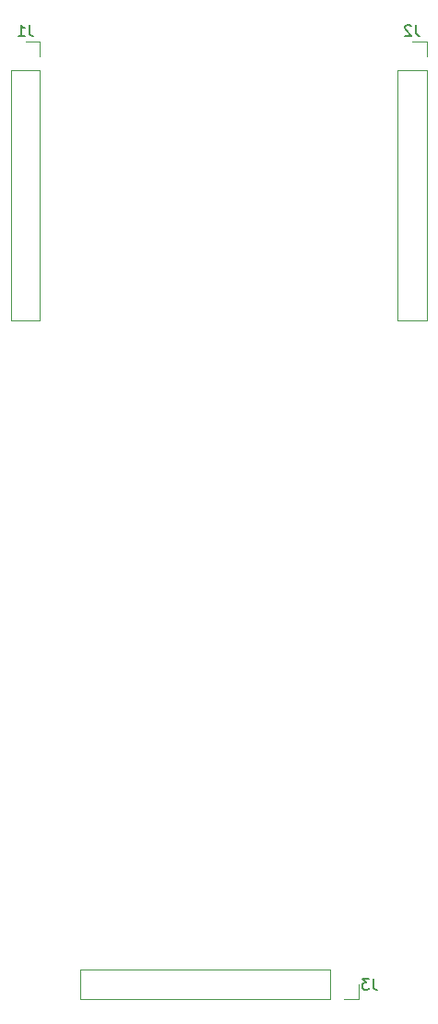
<source format=gbr>
%TF.GenerationSoftware,KiCad,Pcbnew,7.0.6*%
%TF.CreationDate,2023-07-24T12:21:57+01:00*%
%TF.ProjectId,Hypersoniq_Components,48797065-7273-46f6-9e69-715f436f6d70,rev?*%
%TF.SameCoordinates,Original*%
%TF.FileFunction,Legend,Bot*%
%TF.FilePolarity,Positive*%
%FSLAX46Y46*%
G04 Gerber Fmt 4.6, Leading zero omitted, Abs format (unit mm)*
G04 Created by KiCad (PCBNEW 7.0.6) date 2023-07-24 12:21:57*
%MOMM*%
%LPD*%
G01*
G04 APERTURE LIST*
%ADD10C,0.150000*%
%ADD11C,0.120000*%
%ADD12R,1.700000X1.700000*%
%ADD13C,1.700000*%
%ADD14C,2.000000*%
%ADD15O,1.700000X1.700000*%
G04 APERTURE END LIST*
D10*
X84313333Y-147354819D02*
X84313333Y-148069104D01*
X84313333Y-148069104D02*
X84360952Y-148211961D01*
X84360952Y-148211961D02*
X84456190Y-148307200D01*
X84456190Y-148307200D02*
X84599047Y-148354819D01*
X84599047Y-148354819D02*
X84694285Y-148354819D01*
X83932380Y-147354819D02*
X83313333Y-147354819D01*
X83313333Y-147354819D02*
X83646666Y-147735771D01*
X83646666Y-147735771D02*
X83503809Y-147735771D01*
X83503809Y-147735771D02*
X83408571Y-147783390D01*
X83408571Y-147783390D02*
X83360952Y-147831009D01*
X83360952Y-147831009D02*
X83313333Y-147926247D01*
X83313333Y-147926247D02*
X83313333Y-148164342D01*
X83313333Y-148164342D02*
X83360952Y-148259580D01*
X83360952Y-148259580D02*
X83408571Y-148307200D01*
X83408571Y-148307200D02*
X83503809Y-148354819D01*
X83503809Y-148354819D02*
X83789523Y-148354819D01*
X83789523Y-148354819D02*
X83884761Y-148307200D01*
X83884761Y-148307200D02*
X83932380Y-148259580D01*
X52733333Y-59924819D02*
X52733333Y-60639104D01*
X52733333Y-60639104D02*
X52780952Y-60781961D01*
X52780952Y-60781961D02*
X52876190Y-60877200D01*
X52876190Y-60877200D02*
X53019047Y-60924819D01*
X53019047Y-60924819D02*
X53114285Y-60924819D01*
X51733333Y-60924819D02*
X52304761Y-60924819D01*
X52019047Y-60924819D02*
X52019047Y-59924819D01*
X52019047Y-59924819D02*
X52114285Y-60067676D01*
X52114285Y-60067676D02*
X52209523Y-60162914D01*
X52209523Y-60162914D02*
X52304761Y-60210533D01*
X88233333Y-59924819D02*
X88233333Y-60639104D01*
X88233333Y-60639104D02*
X88280952Y-60781961D01*
X88280952Y-60781961D02*
X88376190Y-60877200D01*
X88376190Y-60877200D02*
X88519047Y-60924819D01*
X88519047Y-60924819D02*
X88614285Y-60924819D01*
X87804761Y-60020057D02*
X87757142Y-59972438D01*
X87757142Y-59972438D02*
X87661904Y-59924819D01*
X87661904Y-59924819D02*
X87423809Y-59924819D01*
X87423809Y-59924819D02*
X87328571Y-59972438D01*
X87328571Y-59972438D02*
X87280952Y-60020057D01*
X87280952Y-60020057D02*
X87233333Y-60115295D01*
X87233333Y-60115295D02*
X87233333Y-60210533D01*
X87233333Y-60210533D02*
X87280952Y-60353390D01*
X87280952Y-60353390D02*
X87852380Y-60924819D01*
X87852380Y-60924819D02*
X87233333Y-60924819D01*
D11*
%TO.C,J3*%
X57460000Y-149230000D02*
X57460000Y-146570000D01*
X80380000Y-149230000D02*
X57460000Y-149230000D01*
X80380000Y-149230000D02*
X80380000Y-146570000D01*
X81650000Y-149230000D02*
X82980000Y-149230000D01*
X82980000Y-149230000D02*
X82980000Y-147900000D01*
X80380000Y-146570000D02*
X57460000Y-146570000D01*
%TO.C,J1*%
X53730000Y-86990000D02*
X51070000Y-86990000D01*
X53730000Y-64070000D02*
X53730000Y-86990000D01*
X53730000Y-64070000D02*
X51070000Y-64070000D01*
X53730000Y-62800000D02*
X53730000Y-61470000D01*
X53730000Y-61470000D02*
X52400000Y-61470000D01*
X51070000Y-64070000D02*
X51070000Y-86990000D01*
%TO.C,J2*%
X89230000Y-86990000D02*
X86570000Y-86990000D01*
X89230000Y-64070000D02*
X89230000Y-86990000D01*
X89230000Y-64070000D02*
X86570000Y-64070000D01*
X89230000Y-62800000D02*
X89230000Y-61470000D01*
X89230000Y-61470000D02*
X87900000Y-61470000D01*
X86570000Y-64070000D02*
X86570000Y-86990000D01*
%TD*%
%LPC*%
D12*
%TO.C,J4*%
X65100000Y-57000000D03*
D13*
X65100000Y-54460000D03*
X67640000Y-57000000D03*
X67640000Y-54460000D03*
X70180000Y-57000000D03*
X70180000Y-54460000D03*
X72720000Y-57000000D03*
X72720000Y-54460000D03*
X75260000Y-57000000D03*
X75260000Y-54460000D03*
%TD*%
D14*
%TO.C,TP2*%
X56400000Y-62500000D03*
%TD*%
%TO.C,TP4*%
X52650000Y-148050000D03*
%TD*%
%TO.C,TP1*%
X84100000Y-62600000D03*
%TD*%
%TO.C,TP3*%
X88400000Y-148000000D03*
%TD*%
D12*
%TO.C,J3*%
X81650000Y-147900000D03*
D15*
X79110000Y-147900000D03*
X76570000Y-147900000D03*
X74030000Y-147900000D03*
X71490000Y-147900000D03*
X68950000Y-147900000D03*
X66410000Y-147900000D03*
X63870000Y-147900000D03*
X61330000Y-147900000D03*
X58790000Y-147900000D03*
%TD*%
D12*
%TO.C,J1*%
X52400000Y-62800000D03*
D15*
X52400000Y-65340000D03*
X52400000Y-67880000D03*
X52400000Y-70420000D03*
X52400000Y-72960000D03*
X52400000Y-75500000D03*
X52400000Y-78040000D03*
X52400000Y-80580000D03*
X52400000Y-83120000D03*
X52400000Y-85660000D03*
%TD*%
D12*
%TO.C,J2*%
X87900000Y-62800000D03*
D15*
X87900000Y-65340000D03*
X87900000Y-67880000D03*
X87900000Y-70420000D03*
X87900000Y-72960000D03*
X87900000Y-75500000D03*
X87900000Y-78040000D03*
X87900000Y-80580000D03*
X87900000Y-83120000D03*
X87900000Y-85660000D03*
%TD*%
%LPD*%
M02*

</source>
